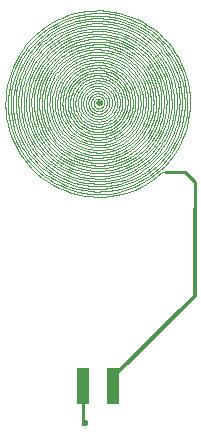
<source format=gtl>
%FSTAX44Y44*%
%MOMM*%
%SFA1B1*%

%IPPOS*%
%ADD16C,0.100000*%
%ADD17R,1.019998X3.169994*%
%ADD18C,0.299999*%
%ADD19C,0.253999*%
%ADD20C,0.499999*%
%ADD21C,0.599999*%
%LNpcb2-1*%
%LPD*%
G54D16*
X00848052Y00943458D02*
D01*
X00849086Y00944481*
X00850045Y00945574*
X00850926Y00946731*
X00851724Y00947946*
X00852435Y00949214*
X00853056Y00950529*
X00853584Y00951884*
X00854016Y00953272*
X0085435Y00954687*
X00854585Y00956122*
X00854719Y0095757*
X00854752Y00959023*
X00854683Y00960476*
X00854513Y0096192*
X00854243Y00963348*
X00853874Y00964755*
X00853407Y00966132*
X00852846Y00967473*
X00852192Y00968772*
X00851449Y00970022*
X00850622Y00971217*
X00849712Y00972352*
X00848726Y0097342*
X00847668Y00974417*
X00846542Y00975338*
X00845355Y00976178*
X00844113Y00976933*
X00842821Y00977599*
X00841485Y00978174*
X00840113Y00978654*
X0083871Y00979038*
X00837284Y00979322*
X00835842Y00979507*
X00834391Y0097959*
X00832937Y00979572*
X00831488Y00979453*
X0083005Y00979232*
X00828632Y00978912*
X00827239Y00978494*
X00825879Y0097798*
X00824559Y00977372*
X00823283Y00976674*
X0082206Y00975888*
X00820894Y00975019*
X00819793Y00974069*
X00818303Y00975683D02*
D01*
X00817107Y00974499*
X00815996Y00973234*
X00814975Y00971894*
X00814051Y00970486*
X00813227Y00969017*
X00812508Y00967495*
X00811897Y00965926*
X00811396Y00964318*
X00811009Y00962679*
X00810737Y00961017*
X00810582Y00959341*
X00810544Y00957657*
X00810624Y00955975*
X0081082Y00954303*
X00811133Y00952648*
X00811561Y00951019*
X00812101Y00949425*
X00812751Y00947871*
X00813508Y00946367*
X00814368Y00944919*
X00815327Y00943535*
X0081638Y00942221*
X00817522Y00940984*
X00818748Y00939829*
X00820051Y00938763*
X00821426Y0093779*
X00822865Y00936915*
X00824361Y00936143*
X00825908Y00935477*
X00827497Y00934921*
X00829122Y00934477*
X00830773Y00934147*
X00832443Y00933934*
X00834124Y00933837*
X00835808Y00933858*
X00837487Y00933996*
X00839151Y00934251*
X00840794Y00934622*
X00842407Y00935106*
X00843982Y00935702*
X00845511Y00936406*
X00846988Y00937215*
X00848405Y00938124*
X00849755Y00939131*
X00851031Y00940229*
X00851032Y0094023*
X00815324Y00978911D02*
D01*
X0081391Y00977511*
X00812596Y00976015*
X00811391Y00974432*
X00810298Y00972768*
X00809324Y00971032*
X00808474Y00969232*
X00807751Y00967377*
X0080716Y00965477*
X00806702Y00963539*
X00806381Y00961575*
X00806198Y00959593*
X00806153Y00957603*
X00806247Y00955615*
X0080648Y00953638*
X0080685Y00951682*
X00807355Y00949757*
X00807994Y00947871*
X00808762Y00946035*
X00809657Y00944257*
X00810674Y00942546*
X00811807Y0094091*
X00813052Y00939357*
X00814402Y00937894*
X00815851Y00936529*
X00817392Y00935269*
X00819017Y00934119*
X00820717Y00933085*
X00822487Y00932172*
X00824315Y00931385*
X00826194Y00930728*
X00828114Y00930203*
X00830066Y00929813*
X0083204Y00929561*
X00834027Y00929447*
X00836018Y00929472*
X00838002Y00929635*
X00839969Y00929937*
X00841911Y00930375*
X00843817Y00930947*
X00845679Y00931651*
X00847487Y00932483*
X00849233Y00933439*
X00850908Y00934515*
X00852504Y00935705*
X00854012Y00937002*
X00851032Y0094023D02*
D01*
X00852284Y00941469*
X00853445Y00942792*
X00854512Y00944192*
X00855478Y00945664*
X00856339Y009472*
X00857091Y00948792*
X0085773Y00950432*
X00858254Y00952113*
X00858658Y00953826*
X00858942Y00955564*
X00859105Y00957317*
X00859144Y00959077*
X00859061Y00960835*
X00858855Y00962584*
X00858528Y00964314*
X00858081Y00966017*
X00857516Y00967684*
X00856836Y00969308*
X00856045Y00970881*
X00855146Y00972394*
X00854143Y00973841*
X00853042Y00975215*
X00851848Y00976509*
X00850567Y00977716*
X00849204Y00978831*
X00847767Y00979848*
X00846262Y00980762*
X00844698Y00981569*
X00843081Y00982265*
X00841419Y00982847*
X00839721Y00983311*
X00837994Y00983655*
X00836248Y00983879*
X0083449Y0098398*
X0083273Y00983958*
X00830975Y00983813*
X00829235Y00983547*
X00827518Y00983159*
X00825831Y00982653*
X00824185Y0098203*
X00822586Y00981294*
X00821042Y00980449*
X0081956Y00979497*
X00818149Y00978445*
X00816814Y00977296*
X00816813Y00977297*
X00831586Y00961038D02*
D01*
X00831379Y00960816*
X00831187Y00960579*
X00831013Y0096033*
X00830856Y00960069*
X00830718Y00959798*
X00830599Y00959518*
X008305Y00959231*
X00830422Y00958937*
X00830363Y00958638*
X00830326Y00958336*
X00830311Y00958032*
X00830316Y00957728*
X00830342Y00957425*
X0083039Y00957125*
X00830458Y00956828*
X00830547Y00956537*
X00830656Y00956253*
X00830785Y00955978*
X00830932Y00955712*
X00831098Y00955456*
X00831281Y00955213*
X00831481Y00954984*
X00831696Y00954769*
X00831925Y00954569*
X00832168Y00954386*
X00832424Y0095422*
X0083269Y00954073*
X00832965Y00953944*
X00833249Y00953835*
X0083354Y00953746*
X00833837Y00953678*
X00834137Y0095363*
X0083444Y00953604*
X00834744Y00953598*
X00835048Y00953614*
X0083535Y00953651*
X00835649Y0095371*
X00835943Y00953788*
X0083623Y00953887*
X0083651Y00954006*
X00836781Y00954144*
X00837042Y00954301*
X00837291Y00954475*
X00837528Y00954667*
X00837624Y00954754*
X00854012Y00937003D02*
D01*
X00855481Y00938458*
X00856845Y00940011*
X00858098Y00941656*
X00859232Y00943384*
X00860244Y00945187*
X00861127Y00947056*
X00861877Y00948982*
X00862491Y00950955*
X00862967Y00952967*
X008633Y00955007*
X00863491Y00957066*
X00863537Y00959132*
X00863439Y00961197*
X00863198Y0096325*
X00862813Y00965282*
X00862288Y00967281*
X00861625Y00969239*
X00860827Y00971146*
X00859898Y00972992*
X00858842Y00974769*
X00857665Y00976469*
X00856372Y00978082*
X0085497Y00979601*
X00853465Y00981018*
X00851865Y00982327*
X00850178Y00983521*
X00848412Y00984595*
X00846574Y00985542*
X00844675Y0098636*
X00842725Y00987042*
X0084073Y00987588*
X00838703Y00987992*
X00836653Y00988254*
X00834589Y00988373*
X00832522Y00988347*
X00830462Y00988177*
X00828418Y00987864*
X00826402Y0098741*
X00824422Y00986815*
X00822489Y00986084*
X00820611Y0098522*
X00818798Y00984227*
X00817058Y0098311*
X00815401Y00981874*
X00813834Y00980525*
X00821283Y00972456D02*
D01*
X00820305Y00971487*
X00819396Y00970452*
X00818561Y00969357*
X00817805Y00968205*
X00817132Y00967004*
X00816543Y00965759*
X00816043Y00964475*
X00815634Y0096316*
X00815317Y0096182*
X00815095Y00960461*
X00814968Y00959089*
X00814937Y00957712*
X00815002Y00956336*
X00815163Y00954968*
X00815419Y00953615*
X00815769Y00952283*
X00816211Y00950979*
X00816743Y00949708*
X00817362Y00948478*
X00818065Y00947294*
X0081885Y00946161*
X00819711Y00945087*
X00820645Y00944075*
X00821648Y0094313*
X00822714Y00942258*
X00823838Y00941462*
X00825015Y00940747*
X00826239Y00940115*
X00827504Y00939571*
X00828804Y00939116*
X00830133Y00938753*
X00831484Y00938483*
X0083285Y00938309*
X00834225Y0093823*
X00835602Y00938247*
X00836975Y0093836*
X00838336Y00938569*
X0083968Y00938872*
X00840999Y00939268*
X00842287Y00939755*
X00843538Y00940331*
X00844746Y00940992*
X00845905Y00941737*
X00847009Y0094256*
X00848052Y00943458*
X00836197Y00956427D02*
D01*
X00836355Y00956592*
X008365Y00956767*
X00836634Y00956951*
X00836753Y00957145*
X00836859Y00957346*
X00836951Y00957555*
X00837028Y00957769*
X0083709Y00957988*
X00837137Y00958211*
X00837167Y00958436*
X00837182Y00958664*
X00837181Y00958891*
X00837165Y00959118*
X00837132Y00959344*
X00837084Y00959566*
X0083702Y00959785*
X00836941Y00959998*
X00836848Y00960206*
X0083674Y00960407*
X00836619Y00960599*
X00836484Y00960783*
X00836337Y00960956*
X00836179Y00961119*
X00836009Y00961271*
X00835829Y00961411*
X0083564Y00961537*
X00835442Y0096165*
X00835237Y00961749*
X00835026Y00961833*
X00834809Y00961903*
X00834588Y00961957*
X00834363Y00961996*
X00834137Y00962019*
X00833909Y00962026*
X00833682Y00962017*
X00833456Y00961992*
X00833232Y00961952*
X00833011Y00961896*
X00832795Y00961825*
X00832584Y00961738*
X0083238Y00961638*
X00832183Y00961523*
X00831995Y00961395*
X00831816Y00961254*
X00831647Y00961101*
X00831586Y00961038*
X00825752Y00967614D02*
D01*
X008251Y00966969*
X00824495Y0096628*
X00823939Y0096555*
X00823436Y00964783*
X00822987Y00963983*
X00822595Y00963154*
X00822262Y00962299*
X00821989Y00961423*
X00821779Y0096053*
X00821631Y00959625*
X00821546Y00958711*
X00821525Y00957794*
X00821569Y00956878*
X00821676Y00955967*
X00821847Y00955065*
X0082208Y00954178*
X00822374Y00953309*
X00822728Y00952463*
X00823141Y00951644*
X00823609Y00950855*
X00824131Y00950101*
X00824705Y00949385*
X00825327Y00948711*
X00825995Y00948082*
X00826705Y00947501*
X00827454Y00946971*
X00828238Y00946494*
X00829053Y00946074*
X00829896Y00945711*
X00830762Y00945408*
X00831647Y00945166*
X00832546Y00944987*
X00833456Y0094487*
X00834372Y00944818*
X00835289Y00944829*
X00836204Y00944905*
X0083711Y00945044*
X00838005Y00945246*
X00838884Y00945509*
X00839742Y00945834*
X00840575Y00946217*
X0084138Y00946658*
X00842152Y00947154*
X00842887Y00947702*
X00843582Y009483*
X00843583Y00948299*
X00849542Y00941844D02*
D01*
X00850685Y00942975*
X00851745Y00944183*
X00852719Y00945461*
X00853601Y00946805*
X00854387Y00948207*
X00855074Y0094966*
X00855658Y00951158*
X00856135Y00952692*
X00856505Y00954256*
X00856764Y00955843*
X00856912Y00957443*
X00856949Y0095905*
X00856873Y00960655*
X00856685Y00962252*
X00856386Y00963831*
X00855978Y00965385*
X00855462Y00966908*
X00854842Y0096839*
X00854119Y00969826*
X00853299Y00971208*
X00852383Y00972529*
X00851378Y00973783*
X00850288Y00974964*
X00849118Y00976066*
X00847874Y00977084*
X00846562Y00978013*
X00845189Y00978847*
X0084376Y00979584*
X00842284Y0098022*
X00840767Y00980751*
X00839217Y00981175*
X0083764Y00981489*
X00836046Y00981693*
X00834442Y00981785*
X00832835Y00981766*
X00831233Y00981634*
X00829644Y0098139*
X00828076Y00981036*
X00826537Y00980574*
X00825033Y00980006*
X00823573Y00979334*
X00822163Y00978562*
X00820811Y00977694*
X00819523Y00976733*
X00818304Y00975684*
X00818303Y00975683*
X00846562Y00945071D02*
D01*
X00847487Y00945986*
X00848345Y00946964*
X00849133Y00947999*
X00849847Y00949086*
X00850483Y0095022*
X00851039Y00951396*
X00851511Y00952608*
X00851897Y0095385*
X00852196Y00955116*
X00852406Y00956399*
X00852526Y00957695*
X00852555Y00958995*
X00852494Y00960294*
X00852342Y00961586*
X008521Y00962864*
X0085177Y00964122*
X00851352Y00965354*
X0085085Y00966554*
X00850266Y00967716*
X00849601Y00968834*
X00848861Y00969903*
X00848047Y00970918*
X00847165Y00971874*
X00846218Y00972765*
X00845211Y00973589*
X0084415Y0097434*
X00843038Y00975016*
X00841882Y00975612*
X00840688Y00976126*
X0083946Y00976556*
X00838205Y00976899*
X0083693Y00977154*
X0083564Y00977318*
X00834341Y00977393*
X00833041Y00977377*
X00831744Y0097727*
X00830459Y00977073*
X0082919Y00976787*
X00827944Y00976413*
X00826728Y00975953*
X00825546Y00975409*
X00824405Y00974784*
X00823311Y00974081*
X00822268Y00973304*
X00821283Y00972456*
X00816813Y00977297D02*
D01*
X00815508Y00976005*
X00814296Y00974624*
X00813183Y00973163*
X00812174Y00971627*
X00811276Y00970024*
X00810491Y00968364*
X00809824Y00966652*
X00809278Y00964897*
X00808855Y00963109*
X00808559Y00961296*
X0080839Y00959467*
X00808348Y0095763*
X00808435Y00955795*
X0080865Y0095397*
X00808992Y00952165*
X00809458Y00950389*
X00810047Y00948648*
X00810757Y00946954*
X00811583Y00945313*
X00812521Y00943733*
X00813567Y00942223*
X00814716Y00940789*
X00815962Y00939439*
X008173Y00938179*
X00818722Y00937016*
X00820221Y00935955*
X00821791Y00935001*
X00823424Y00934158*
X00825111Y00933432*
X00826845Y00932825*
X00828618Y00932341*
X00830419Y00931981*
X00832242Y00931748*
X00834076Y00931643*
X00835913Y00931666*
X00837744Y00931817*
X0083956Y00932095*
X00841352Y00932499*
X00843112Y00933028*
X0084483Y00933677*
X00846499Y00934445*
X0084811Y00935328*
X00849656Y00936321*
X00851129Y00937419*
X00852521Y00938617*
X00852522Y00938616*
X00819793Y00974069D02*
D01*
X00818706Y00972992*
X00817696Y00971842*
X00816768Y00970625*
X00815928Y00969345*
X00815179Y0096801*
X00814526Y00966626*
X0081397Y009652*
X00813515Y00963738*
X00813163Y00962249*
X00812916Y00960738*
X00812775Y00959214*
X00812741Y00957684*
X00812813Y00956155*
X00812992Y00954635*
X00813277Y00953131*
X00813665Y0095165*
X00814156Y00950201*
X00814747Y00948789*
X00815436Y00947421*
X00816217Y00946105*
X00817089Y00944847*
X00818046Y00943653*
X00819084Y00942528*
X00820199Y00941479*
X00821383Y00940509*
X00822633Y00939625*
X00823941Y0093883*
X00825301Y00938128*
X00826707Y00937523*
X00828152Y00937018*
X00829628Y00936614*
X00831129Y00936315*
X00832647Y0093612*
X00834176Y00936033*
X00835706Y00936052*
X00837232Y00936177*
X00838745Y00936409*
X00840238Y00936746*
X00841704Y00937186*
X00843135Y00937728*
X00844526Y00938367*
X00845868Y00939103*
X00847156Y0093993*
X00848383Y00940845*
X00849542Y00941844*
X00852522Y00938616D02*
D01*
X00853882Y00939963*
X00855145Y00941401*
X00856305Y00942924*
X00857355Y00944523*
X00858291Y00946193*
X00859109Y00947923*
X00859804Y00949706*
X00860372Y00951534*
X00860812Y00953396*
X00861121Y00955285*
X00861298Y00957191*
X00861341Y00959104*
X0086125Y00961016*
X00861026Y00962917*
X00860671Y00964797*
X00860185Y00966648*
X00859571Y00968461*
X00858832Y00970226*
X00857971Y00971936*
X00856994Y00973581*
X00855904Y00975155*
X00854707Y00976648*
X00853409Y00978054*
X00852016Y00979366*
X00850535Y00980578*
X00848972Y00981684*
X00847337Y00982678*
X00845636Y00983555*
X00843878Y00984312*
X00842072Y00984944*
X00840226Y00985449*
X00838349Y00985823*
X0083645Y00986066*
X0083454Y00986176*
X00832626Y00986152*
X00830719Y00985995*
X00828827Y00985705*
X0082696Y00985284*
X00825127Y00984733*
X00823337Y00984057*
X00821598Y00983257*
X0081992Y00982337*
X00818309Y00981303*
X00816775Y00980159*
X00815324Y00978911*
X00837624Y00954754D02*
D01*
X00837895Y00955022*
X00838146Y00955308*
X00838377Y00955612*
X00838586Y0095593*
X00838772Y00956262*
X00838935Y00956606*
X00839073Y00956961*
X00839187Y00957325*
X00839274Y00957695*
X00839335Y00958071*
X0083937Y0095845*
X00839379Y00958831*
X00839361Y00959212*
X00839317Y0095959*
X00839246Y00959964*
X00839149Y00960332*
X00839027Y00960693*
X0083888Y00961044*
X00838709Y00961385*
X00838514Y00961712*
X00838297Y00962025*
X00838059Y00962322*
X00837801Y00962602*
X00837524Y00962863*
X00837229Y00963104*
X00836918Y00963324*
X00836592Y00963522*
X00836254Y00963697*
X00835904Y00963847*
X00835545Y00963973*
X00835177Y00964074*
X00834804Y00964148*
X00834426Y00964196*
X00834046Y00964218*
X00833665Y00964213*
X00833286Y00964182*
X00832909Y00964124*
X00832538Y0096404*
X00832173Y00963931*
X00831817Y00963796*
X00831471Y00963637*
X00831137Y00963454*
X00830816Y00963249*
X00830511Y00963021*
X00830222Y00962773*
X00822773Y00970842D02*
D01*
X00821904Y00969981*
X00821096Y00969062*
X00820354Y00968088*
X00819683Y00967065*
X00819084Y00965997*
X00818561Y0096489*
X00818116Y0096375*
X00817753Y00962581*
X00817472Y0096139*
X00817274Y00960182*
X00817161Y00958963*
X00817134Y0095774*
X00817192Y00956517*
X00817335Y00955301*
X00817562Y00954098*
X00817873Y00952915*
X00818266Y00951755*
X00818738Y00950626*
X00819288Y00949533*
X00819914Y0094848*
X00820611Y00947474*
X00821376Y00946519*
X00822206Y0094562*
X00823097Y00944781*
X00824045Y00944006*
X00825044Y00943299*
X0082609Y00942663*
X00827178Y00942102*
X00828302Y00941618*
X00829457Y00941214*
X00830638Y00940891*
X00831838Y00940651*
X00833052Y00940496*
X00834274Y00940426*
X00835498Y00940441*
X00836718Y00940541*
X00837928Y00940727*
X00839122Y00940996*
X00840294Y00941348*
X00841439Y00941781*
X00842551Y00942293*
X00843624Y00942881*
X00844654Y00943542*
X00845636Y00944274*
X00846562Y00945072*
X00845073Y00946685D02*
D01*
X00845889Y00947493*
X00846646Y00948355*
X00847341Y00949268*
X00847971Y00950227*
X00848532Y00951227*
X00849022Y00952265*
X00849438Y00953334*
X00849779Y00954429*
X00850043Y00955546*
X00850228Y00956678*
X00850334Y00957821*
X0085036Y00958968*
X00850306Y00960114*
X00850172Y00961253*
X00849958Y00962381*
X00849667Y0096349*
X00849299Y00964577*
X00848856Y00965635*
X0084834Y0096666*
X00847754Y00967647*
X00847101Y0096859*
X00846383Y00969485*
X00845605Y00970328*
X0084477Y00971115*
X00843882Y00971841*
X00842945Y00972504*
X00841965Y009731*
X00840945Y00973626*
X00839891Y0097408*
X00838808Y00974459*
X00837701Y00974761*
X00836576Y00974986*
X00835438Y00975131*
X00834293Y00975197*
X00833146Y00975183*
X00832002Y00975088*
X00830868Y00974915*
X00829749Y00974662*
X0082865Y00974332*
X00827577Y00973926*
X00826535Y00973447*
X00825528Y00972896*
X00824563Y00972276*
X00823643Y0097159*
X00822773Y00970842*
X00824262Y00969228D02*
D01*
X00823502Y00968475*
X00822795Y00967671*
X00822146Y00966819*
X00821559Y00965924*
X00821035Y0096499*
X00820577Y00964022*
X00820189Y00963024*
X00819871Y00962002*
X00819625Y0096096*
X00819452Y00959903*
X00819353Y00958837*
X00819329Y00957767*
X0081938Y00956697*
X00819505Y00955634*
X00819704Y00954582*
X00819976Y00953546*
X00820319Y00952532*
X00820733Y00951544*
X00821214Y00950588*
X00821761Y00949668*
X0082237Y00948788*
X0082304Y00947952*
X00823766Y00947165*
X00824546Y00946431*
X00825375Y00945753*
X00826248Y00945135*
X00827163Y00944579*
X00828115Y00944088*
X00829098Y00943665*
X00830109Y00943311*
X00831142Y00943029*
X00832192Y00942819*
X00833254Y00942683*
X00834323Y00942622*
X00835393Y00942635*
X0083646Y00942723*
X00837519Y00942885*
X00838563Y00943121*
X00839588Y00943429*
X0084059Y00943807*
X00841563Y00944255*
X00842502Y00944769*
X00843402Y00945348*
X00844261Y00945988*
X00845072Y00946686*
X00845073Y00946685*
X00828732Y00964387D02*
D01*
X00828298Y00963958*
X00827895Y00963499*
X00827525Y00963013*
X0082719Y00962502*
X00826891Y00961969*
X0082663Y00961417*
X00826409Y00960848*
X00826227Y00960265*
X00826086Y0095967*
X00825988Y00959067*
X00825932Y00958459*
X00825918Y00957848*
X00825947Y00957238*
X00826018Y00956632*
X00826132Y00956032*
X00826287Y00955441*
X00826483Y00954862*
X00826719Y00954299*
X00826993Y00953753*
X00827305Y00953228*
X00827653Y00952726*
X00828035Y00952249*
X00828449Y009518*
X00828894Y00951382*
X00829367Y00950995*
X00829866Y00950642*
X00830387Y00950325*
X0083093Y00950045*
X00831491Y00949803*
X00832068Y00949602*
X00832657Y00949441*
X00833256Y00949321*
X00833862Y00949243*
X00834472Y00949208*
X00835082Y00949216*
X00835691Y00949266*
X00836295Y00949359*
X00836891Y00949493*
X00837476Y00949669*
X00838047Y00949885*
X00838602Y0095014*
X00839138Y00950434*
X00839652Y00950764*
X00840141Y00951129*
X00840603Y00951527*
X00843583Y00948299D02*
D01*
X0084429Y00948999*
X00844946Y00949746*
X00845548Y00950537*
X00846093Y00951367*
X0084658Y00952234*
X00847004Y00953133*
X00847365Y00954059*
X0084766Y00955009*
X00847889Y00955976*
X00848049Y00956957*
X00848141Y00957947*
X00848163Y0095894*
X00848116Y00959933*
X00848Y0096092*
X00847815Y00961897*
X00847563Y00962859*
X00847244Y009638*
X0084686Y00964717*
X00846414Y00965605*
X00845906Y0096646*
X0084534Y00967277*
X00844718Y00968052*
X00844044Y00968783*
X0084332Y00969464*
X00842551Y00970094*
X00841739Y00970668*
X0084089Y00971184*
X00840007Y0097164*
X00839094Y00972033*
X00838156Y00972361*
X00837197Y00972623*
X00836222Y00972818*
X00835236Y00972944*
X00834243Y00973001*
X0083325Y00972989*
X00832259Y00972907*
X00831276Y00972756*
X00830307Y00972538*
X00829355Y00972252*
X00828425Y009719*
X00827522Y00971485*
X0082665Y00971007*
X00825814Y0097047*
X00825017Y00969876*
X00824263Y00969227*
X00824262Y00969228*
X00842093Y00949913D02*
D01*
X00842691Y00950505*
X00843246Y00951137*
X00843755Y00951805*
X00844217Y00952508*
X00844628Y00953241*
X00844987Y00954002*
X00845292Y00954785*
X00845542Y00955588*
X00845735Y00956406*
X00845871Y00957236*
X00845949Y00958073*
X00845968Y00958914*
X00845928Y00959753*
X0084583Y00960588*
X00845673Y00961414*
X0084546Y00962227*
X0084519Y00963024*
X00844866Y00963799*
X00844488Y00964551*
X00844059Y00965273*
X0084358Y00965965*
X00843054Y0096662*
X00842484Y00967238*
X00841872Y00967815*
X00841221Y00968347*
X00840535Y00968833*
X00839816Y0096927*
X00839069Y00969655*
X00838297Y00969988*
X00837504Y00970265*
X00836693Y00970487*
X00835868Y00970652*
X00835034Y00970758*
X00834195Y00970807*
X00833354Y00970796*
X00832516Y00970727*
X00831685Y009706*
X00830865Y00970415*
X0083006Y00970173*
X00829273Y00969876*
X0082851Y00969524*
X00827772Y0096912*
X00827065Y00968666*
X00826391Y00968164*
X00825754Y00967615*
X00825752Y00967614*
X00827242Y00966D02*
D01*
X00826699Y00965463*
X00826195Y00964889*
X00825732Y00964281*
X00825313Y00963642*
X00824939Y00962975*
X00824613Y00962285*
X00824335Y00961573*
X00824108Y00960843*
X00823933Y00960099*
X00823809Y00959345*
X00823739Y00958584*
X00823722Y0095782*
X00823758Y00957057*
X00823847Y00956298*
X00823989Y00955547*
X00824183Y00954808*
X00824428Y00954084*
X00824723Y0095338*
X00825067Y00952697*
X00825457Y0095204*
X00825892Y00951412*
X0082637Y00950816*
X00826888Y00950254*
X00827445Y0094973*
X00828036Y00949246*
X0082866Y00948805*
X00829313Y00948408*
X00829992Y00948058*
X00830694Y00947756*
X00831415Y00947503*
X00832152Y00947302*
X00832902Y00947152*
X0083366Y00947055*
X00834422Y00947012*
X00835187Y00947021*
X00835948Y00947084*
X00836703Y009472*
X00837449Y00947368*
X0083818Y00947587*
X00838895Y00947858*
X00839589Y00948177*
X0084026Y00948544*
X00840903Y00948957*
X00841515Y00949414*
X00842093Y00949913*
X00840603Y00951527D02*
D01*
X00841092Y00952011*
X00841545Y00952528*
X00841962Y00953075*
X00842339Y00953649*
X00842676Y00954249*
X00842969Y0095487*
X00843219Y00955511*
X00843423Y00956168*
X00843581Y00956837*
X00843692Y00957515*
X00843755Y009582*
X00843771Y00958887*
X00843738Y00959574*
X00843658Y00960256*
X0084353Y00960932*
X00843356Y00961597*
X00843135Y00962248*
X0084287Y00962882*
X00842561Y00963496*
X0084221Y00964087*
X00841818Y00964652*
X00841388Y00965189*
X00840922Y00965694*
X00840421Y00966165*
X00839889Y00966601*
X00839328Y00966998*
X00838741Y00967355*
X0083813Y0096767*
X00837498Y00967942*
X00836849Y00968169*
X00836186Y0096835*
X00835512Y00968485*
X0083483Y00968572*
X00834144Y00968611*
X00833456Y00968603*
X00832771Y00968546*
X00832092Y00968442*
X00831421Y00968291*
X00830763Y00968093*
X0083012Y0096785*
X00829495Y00967562*
X00828892Y00967232*
X00828314Y00966861*
X00827762Y0096645*
X00827242Y00966*
X00839114Y00953141D02*
D01*
X00839494Y00953517*
X00839846Y00953919*
X0084017Y00954344*
X00840463Y0095479*
X00840725Y00955256*
X00840953Y00955739*
X00841147Y00956237*
X00841305Y00956747*
X00841428Y00957267*
X00841514Y00957794*
X00841563Y00958325*
X00841575Y00958859*
X0084155Y00959393*
X00841488Y00959924*
X00841388Y00960448*
X00841253Y00960965*
X00841081Y00961471*
X00840875Y00961964*
X00840635Y00962441*
X00840362Y009629*
X00840058Y00963339*
X00839724Y00963756*
X00839362Y00964148*
X00838973Y00964515*
X00838559Y00964853*
X00838124Y00965161*
X00837667Y00965439*
X00837192Y00965684*
X00836702Y00965895*
X00836197Y00966071*
X00835682Y00966212*
X00835158Y00966317*
X00834629Y00966385*
X00834095Y00966415*
X00833561Y00966409*
X00833029Y00966365*
X00832501Y00966284*
X0083198Y00966166*
X00831468Y00966013*
X00830969Y00965824*
X00830483Y009656*
X00830015Y00965344*
X00829566Y00965055*
X00829137Y00964736*
X00828732Y00964387*
X00830222Y00962773D02*
D01*
X00829897Y00962451*
X00829596Y00962108*
X00829318Y00961744*
X00829067Y00961361*
X00828843Y00960962*
X00828648Y00960549*
X00828482Y00960122*
X00828346Y00959686*
X00828241Y0095924*
X00828167Y00958789*
X00828125Y00958333*
X00828114Y00957876*
X00828136Y00957419*
X0082819Y00956965*
X00828275Y00956515*
X00828391Y00956073*
X00828538Y00955639*
X00828714Y00955217*
X0082892Y00954809*
X00829154Y00954415*
X00829414Y00954039*
X008297Y00953682*
X00830011Y00953346*
X00830344Y00953032*
X00830698Y00952743*
X00831071Y00952478*
X00831462Y00952241*
X00831869Y00952031*
X00832289Y0095185*
X00832721Y00951699*
X00833162Y00951578*
X0083361Y00951489*
X00834064Y00951431*
X00834521Y00951405*
X00834979Y0095141*
X00835434Y00951448*
X00835887Y00951517*
X00836333Y00951618*
X00836771Y00951749*
X00837199Y00951911*
X00837615Y00952102*
X00838016Y00952322*
X00838401Y0095257*
X00838768Y00952843*
X00839114Y00953141*
X00810854Y00983752D02*
D01*
X00809113Y00982029*
X00807496Y00980187*
X00806011Y00978238*
X00804666Y00976189*
X00803468Y00974052*
X00802421Y00971837*
X00801531Y00969553*
X00800803Y00967214*
X0080024Y00964829*
X00799844Y00962411*
X00799618Y00959971*
X00799563Y00957521*
X00799679Y00955073*
X00799965Y00952639*
X00800421Y00950232*
X00801043Y00947862*
X00801829Y00945541*
X00802775Y0094328*
X00803877Y00941091*
X00805128Y00938985*
X00806524Y0093697*
X00808056Y00935058*
X00809718Y00933258*
X00811502Y00931578*
X00813398Y00930026*
X00815398Y0092861*
X00817493Y00927337*
X0081967Y00926214*
X00821921Y00925245*
X00824234Y00924436*
X00826598Y0092379*
X00829001Y0092331*
X00831431Y00922999*
X00833878Y00922858*
X00836328Y00922889*
X0083877Y0092309*
X00841192Y00923461*
X00843583Y00924*
X00845929Y00924705*
X00848222Y00925571*
X00850448Y00926596*
X00852597Y00927773*
X00854658Y00929097*
X00856623Y00930562*
X0085848Y0093216*
X00858481Y00932161*
X00804895Y00990208D02*
D01*
X00802718Y00988053*
X00800697Y00985751*
X00798841Y00983314*
X00797159Y00980752*
X0079566Y0097808*
X00794352Y0097531*
X00793239Y00972456*
X00792329Y0096953*
X00791625Y00966549*
X00791131Y00963525*
X00790848Y00960475*
X00790779Y00957412*
X00790924Y00954352*
X00791282Y00951309*
X00791852Y00948299*
X0079263Y00945335*
X00793613Y00942434*
X00794795Y00939608*
X00796173Y00936871*
X00797737Y00934237*
X00799482Y00931719*
X00801398Y00929328*
X00803476Y00927077*
X00805706Y00924976*
X00808077Y00923036*
X00810578Y00921267*
X00813196Y00919675*
X00815919Y00918271*
X00818733Y0091706*
X00821625Y00916048*
X0082458Y0091524*
X00827584Y0091464*
X00830623Y00914252*
X00833682Y00914076*
X00836745Y00914114*
X00839799Y00914366*
X00842827Y0091483*
X00845815Y00915504*
X0084875Y00916385*
X00851615Y00917468*
X00854398Y00918749*
X00857085Y00920221*
X00859663Y00921877*
X00862119Y00923708*
X0086444Y00925706*
X00788507Y01007959D02*
D01*
X00785132Y01004618*
X00781997Y01001049*
X0077912Y0099727*
X00776513Y00993299*
X00774189Y00989156*
X0077216Y00984861*
X00770436Y00980436*
X00769024Y009759*
X00767932Y00971277*
X00767165Y0096659*
X00766728Y0096186*
X00766621Y00957111*
X00766846Y00952367*
X00767401Y00947649*
X00768283Y00942982*
X0076949Y00938388*
X00771013Y00933889*
X00772848Y00929507*
X00774982Y00925264*
X00777408Y00921181*
X00780113Y00917276*
X00783084Y0091357*
X00786306Y00910079*
X00789763Y00906822*
X0079344Y00903815*
X00797317Y00901071*
X00801376Y00898604*
X00805597Y00896426*
X0080996Y00894548*
X00814443Y00892979*
X00819025Y00891727*
X00823683Y00890797*
X00828395Y00890194*
X00833137Y00889922*
X00837887Y00889981*
X00842621Y00890371*
X00847316Y0089109*
X00851949Y00892136*
X00856499Y00893501*
X00860942Y00895181*
X00865257Y00897167*
X00869422Y00899449*
X00873419Y00902016*
X00877227Y00904855*
X00880827Y00907953*
X00880828Y00907954*
X00798936Y00996663D02*
D01*
X00796324Y00994077*
X00793897Y00991314*
X0079167Y00988388*
X00789652Y00985315*
X00787853Y00982108*
X00786282Y00978784*
X00784948Y00975357*
X00783855Y00971847*
X0078301Y00968268*
X00782416Y0096464*
X00782077Y00960979*
X00781995Y00957303*
X00782169Y0095363*
X00782599Y00949978*
X00783282Y00946366*
X00784216Y00942809*
X00785395Y00939327*
X00786815Y00935935*
X00788468Y00932651*
X00790346Y00929489*
X00792439Y00926467*
X00794739Y00923598*
X00797233Y00920896*
X0079991Y00918375*
X00802755Y00916047*
X00805756Y00913923*
X00808899Y00912013*
X00812166Y00910328*
X00815543Y00908874*
X00819014Y0090766*
X00822561Y0090669*
X00826167Y0090597*
X00829814Y00905504*
X00833484Y00905293*
X00837161Y00905339*
X00840825Y00905641*
X0084446Y00906198*
X00848047Y00907007*
X00851568Y00908064*
X00855007Y00909364*
X00858347Y00910902*
X00861572Y00912668*
X00864666Y00914655*
X00867613Y00916853*
X00870399Y00919251*
X00797446Y00998277D02*
D01*
X00794724Y00995583*
X00792197Y00992705*
X00789877Y00989657*
X00787775Y00986456*
X00785901Y00983115*
X00784265Y00979652*
X00782874Y00976083*
X00781736Y00972426*
X00780856Y00968698*
X00780237Y00964918*
X00779884Y00961105*
X00779798Y00957275*
X0077998Y00953449*
X00780427Y00949646*
X00781139Y00945882*
X00782112Y00942178*
X00783341Y0093855*
X0078482Y00935017*
X00786541Y00931595*
X00788497Y00928302*
X00790678Y00925154*
X00793074Y00922165*
X00795672Y00919351*
X0079846Y00916725*
X00801424Y00914299*
X00804551Y00912087*
X00807824Y00910098*
X00811228Y00908342*
X00814746Y00906827*
X00818361Y00905562*
X00822056Y00904552*
X00825812Y00903803*
X00829611Y00903317*
X00833435Y00903097*
X00837265Y00903145*
X00841082Y00903459*
X00844868Y00904039*
X00848604Y00904882*
X00852273Y00905984*
X00855855Y00907338*
X00859335Y0090894*
X00862694Y00910779*
X00865917Y00912849*
X00868987Y00915139*
X00871889Y00917637*
X00795956Y0099989D02*
D01*
X00793125Y00997088*
X00790497Y00994095*
X00788084Y00990926*
X00785897Y00987596*
X00783949Y00984121*
X00782247Y0098052*
X00780801Y00976808*
X00779617Y00973005*
X00778701Y00969128*
X00778058Y00965197*
X00777691Y0096123*
X00777602Y00957248*
X0077779Y00953269*
X00778256Y00949313*
X00778996Y00945399*
X00780008Y00941546*
X00781285Y00937773*
X00782823Y00934098*
X00784614Y0093054*
X00786648Y00927115*
X00788917Y00923841*
X00791408Y00920732*
X0079411Y00917805*
X0079701Y00915074*
X00800093Y00912552*
X00803344Y0091025*
X00806748Y00908182*
X00810288Y00906355*
X00813947Y00904781*
X00817707Y00903465*
X0082155Y00902414*
X00825456Y00901634*
X00829407Y00901129*
X00833384Y00900901*
X00837367Y0090095*
X00841337Y00901277*
X00845274Y00901881*
X0084916Y00902757*
X00852975Y00903903*
X00856702Y00905311*
X0086032Y00906977*
X00863814Y0090889*
X00867166Y00911043*
X00870359Y00913424*
X00873379Y00916022*
X00873379Y00916023*
X00789997Y01006346D02*
D01*
X00786731Y01003112*
X00783698Y00999658*
X00780913Y00996001*
X0077839Y00992159*
X00776141Y0098815*
X00774178Y00983993*
X00772509Y00979711*
X00771143Y00975322*
X00770086Y00970848*
X00769345Y00966312*
X00768921Y00961734*
X00768818Y00957139*
X00769035Y00952548*
X00769572Y00947982*
X00770427Y00943466*
X00771594Y0093902*
X00773069Y00934666*
X00774844Y00930426*
X0077691Y0092632*
X00779258Y00922368*
X00781875Y00918589*
X0078475Y00915002*
X00787868Y00911625*
X00791214Y00908473*
X00794772Y00905562*
X00798524Y00902907*
X00802452Y0090052*
X00806537Y00898412*
X00810759Y00896595*
X00815098Y00895077*
X00819532Y00893865*
X0082404Y00892965*
X00828599Y00892382*
X00833188Y00892118*
X00837784Y00892175*
X00842366Y00892553*
X00846909Y00893249*
X00851393Y00894261*
X00855796Y00895582*
X00860095Y00897208*
X00864271Y0089913*
X00868303Y00901338*
X0087217Y00903822*
X00875855Y0090657*
X00879338Y00909568*
X00791487Y01004732D02*
D01*
X0078833Y01001606*
X00785398Y00998268*
X00782706Y00994732*
X00780267Y00991018*
X00778093Y00987143*
X00776196Y00983125*
X00774582Y00978985*
X00773262Y00974742*
X00772241Y00970418*
X00771523Y00966033*
X00771114Y00961608*
X00771014Y00957166*
X00771224Y00952728*
X00771744Y00948315*
X00772569Y00943949*
X00773698Y00939651*
X00775123Y00935443*
X00776839Y00931344*
X00778836Y00927375*
X00781106Y00923555*
X00783636Y00919902*
X00786415Y00916435*
X00789429Y0091317*
X00792663Y00910124*
X00796102Y0090731*
X00799729Y00904743*
X00803526Y00902436*
X00807475Y00900399*
X00811557Y00898642*
X0081575Y00897174*
X00820037Y00896003*
X00824394Y00895133*
X00828802Y00894569*
X00833238Y00894314*
X00837681Y00894369*
X00842109Y00894735*
X00846501Y00895407*
X00850835Y00896385*
X00855091Y00897663*
X00859247Y00899234*
X00863284Y00901092*
X00867181Y00903227*
X00870919Y00905628*
X00874481Y00908284*
X00877848Y00911181*
X00792977Y01003118D02*
D01*
X00789929Y010001*
X00787098Y00996877*
X00784499Y00993463*
X00782144Y00989877*
X00780046Y00986136*
X00778213Y00982257*
X00776656Y00978259*
X00775381Y00974163*
X00774395Y00969988*
X00773702Y00965754*
X00773307Y00961482*
X00773211Y00957193*
X00773413Y00952908*
X00773915Y00948648*
X00774712Y00944432*
X00775802Y00940283*
X00777178Y0093622*
X00778834Y00932262*
X00780763Y0092843*
X00782954Y00924742*
X00785397Y00921215*
X0078808Y00917868*
X0079099Y00914716*
X00794113Y00911774*
X00797433Y00909058*
X00800935Y00906579*
X00804601Y00904351*
X00808413Y00902385*
X00812354Y00900689*
X00816403Y00899272*
X00820541Y0089814*
X00824749Y008973*
X00829004Y00896756*
X00833287Y0089651*
X00837577Y00896564*
X00841852Y00896916*
X00846093Y00897566*
X00850277Y0089851*
X00854386Y00899743*
X00858399Y00901261*
X00862296Y00903054*
X00866059Y00905115*
X00869668Y00907434*
X00873107Y00909998*
X00876358Y00912795*
X00794466Y01001504D02*
D01*
X00791526Y00998594*
X00788797Y00995486*
X00786291Y00992194*
X0078402Y00988736*
X00781996Y00985129*
X00780229Y00981388*
X00778727Y00977534*
X00777498Y00973584*
X00776547Y00969558*
X0077588Y00965475*
X00775498Y00961356*
X00775405Y00957221*
X00775601Y00953088*
X00776084Y0094898*
X00776853Y00944915*
X00777904Y00940914*
X00779231Y00936996*
X00780828Y0093318*
X00782688Y00929485*
X007848Y00925928*
X00787156Y00922528*
X00789743Y009193*
X00792549Y0091626*
X0079556Y00913424*
X00798762Y00910804*
X00802138Y00908414*
X00805674Y00906266*
X0080935Y00904369*
X0081315Y00902734*
X00817054Y00901367*
X00821045Y00900277*
X00825101Y00899467*
X00829205Y00898942*
X00833335Y00898705*
X00837471Y00898756*
X00841594Y00899096*
X00845683Y00899722*
X00849718Y00900632*
X0085368Y00901822*
X0085755Y00903285*
X00861308Y00905014*
X00864936Y00907002*
X00868416Y00909237*
X00871733Y0091171*
X00874868Y00914408*
X00874869Y00914409*
X00800425Y00995049D02*
D01*
X00797921Y00992571*
X00795596Y00989923*
X00793462Y00987119*
X00791528Y00984174*
X00789804Y00981101*
X00788299Y00977915*
X0078702Y00974632*
X00785973Y00971268*
X00785163Y00967839*
X00784594Y00964361*
X00784269Y00960853*
X0078419Y0095733*
X00784357Y0095381*
X00784769Y00950311*
X00785424Y00946849*
X00786318Y00943441*
X00787449Y00940104*
X00788809Y00936853*
X00790393Y00933706*
X00792193Y00930677*
X00794199Y0092778*
X00796403Y00925031*
X00798793Y00922442*
X00801358Y00920026*
X00804085Y00917795*
X00806961Y00915759*
X00809972Y00913929*
X00813104Y00912314*
X0081634Y00910921*
X00819666Y00909757*
X00823065Y00908828*
X0082652Y00908138*
X00830015Y00907691*
X00833533Y00907489*
X00837056Y00907533*
X00840568Y00907822*
X0084405Y00908356*
X00847488Y00909132*
X00850862Y00910145*
X00854158Y00911391*
X00857359Y00912864*
X00860449Y00914557*
X00863414Y00916461*
X00866239Y00918567*
X00868909Y00920865*
X0086891Y00920864*
X00801915Y00993435D02*
D01*
X0079952Y00991064*
X00797297Y00988532*
X00795255Y0098585*
X00793405Y00983033*
X00791756Y00980094*
X00790317Y00977047*
X00789093Y00973906*
X00788092Y00970688*
X00787317Y00967409*
X00786773Y00964082*
X00786462Y00960727*
X00786387Y00957357*
X00786546Y00953991*
X0078694Y00950644*
X00787567Y00947332*
X00788422Y00944073*
X00789504Y00940881*
X00790805Y00937772*
X0079232Y00934761*
X00794041Y00931864*
X0079596Y00929093*
X00798068Y00926463*
X00800354Y00923987*
X00802807Y00921676*
X00805416Y00919542*
X00808167Y00917595*
X00811047Y00915845*
X00814042Y009143*
X00817138Y00912967*
X00820318Y00911854*
X00823569Y00910966*
X00826874Y00910306*
X00830218Y00909879*
X00833582Y00909685*
X00836952Y00909727*
X00840311Y00910004*
X00843642Y00910514*
X0084693Y00911256*
X00850158Y00912225*
X0085331Y00913417*
X00856372Y00914826*
X00859327Y00916445*
X00862163Y00918266*
X00864865Y00920281*
X00867419Y00922479*
X0086742Y00922478*
X00803405Y00991821D02*
D01*
X00801119Y00989558*
X00798997Y00987141*
X00797048Y00984582*
X00795282Y00981893*
X00793708Y00979087*
X00792334Y00976178*
X00791166Y00973181*
X0079021Y00970109*
X00789471Y00966979*
X00788951Y00963804*
X00788655Y009606*
X00788582Y00957384*
X00788735Y00954171*
X0078911Y00950976*
X00789708Y00947815*
X00790525Y00944704*
X00791557Y00941657*
X00792799Y00938689*
X00794245Y00935816*
X00795888Y0093305*
X0079772Y00930406*
X00799732Y00927895*
X00801914Y00925532*
X00804256Y00923326*
X00806745Y00921289*
X00809371Y0091943*
X0081212Y0091776*
X00814979Y00916285*
X00817934Y00915013*
X0082097Y0091395*
X00824074Y00913102*
X00827228Y00912472*
X00830419Y00912064*
X00833631Y0091188*
X00836847Y00911919*
X00840053Y00912184*
X00843233Y00912671*
X00846371Y00913379*
X00849452Y00914304*
X00852462Y00915441*
X00855384Y00916786*
X00858205Y00918332*
X00860912Y0092007*
X00863491Y00921993*
X00865929Y00924091*
X0086593Y00924092*
X00855501Y00935389D02*
D01*
X00857079Y00936952*
X00858545Y0093862*
X0085989Y00940387*
X00861109Y00942243*
X00862195Y00944179*
X00863143Y00946187*
X0086395Y00948256*
X00864609Y00950376*
X0086512Y00952537*
X00865478Y00954729*
X00865683Y0095694*
X00865733Y0095916*
X00865627Y00961378*
X00865368Y00963583*
X00864955Y00965765*
X00864391Y00967912*
X00863679Y00970016*
X00862821Y00972064*
X00861824Y00974047*
X00860689Y00975956*
X00859425Y00977782*
X00858036Y00979514*
X0085653Y00981146*
X00854914Y00982669*
X00853195Y00984074*
X00851383Y00985357*
X00849485Y00986511*
X00847512Y00987528*
X00845472Y00988406*
X00843376Y0098914*
X00841234Y00989725*
X00839057Y0099016*
X00836854Y00990442*
X00834637Y00990569*
X00832417Y00990541*
X00830204Y00990359*
X00828009Y00990023*
X00825843Y00989534*
X00823716Y00988895*
X00821639Y0098811*
X00819622Y00987182*
X00817675Y00986115*
X00815807Y00984915*
X00814027Y00983588*
X00812344Y00982138*
X0086146Y00928933D02*
D01*
X00863474Y00930927*
X00865344Y00933056*
X00867061Y00935311*
X00868616Y00937679*
X00870002Y00940151*
X00871213Y00942713*
X00872241Y00945353*
X00873083Y00948059*
X00873735Y00950817*
X00874192Y00953613*
X00874453Y00956435*
X00874517Y00959268*
X00874383Y00962098*
X00874052Y00964913*
X00873525Y00967697*
X00872805Y00970438*
X00871896Y00973122*
X00870802Y00975736*
X00869528Y00978267*
X00868081Y00980703*
X00866467Y00983032*
X00864695Y00985244*
X00862773Y00987326*
X00860711Y00989269*
X00858517Y00991063*
X00856204Y009927*
X00853783Y00994172*
X00851264Y00995471*
X00848662Y00996591*
X00845987Y00997527*
X00843254Y00998274*
X00840475Y00998829*
X00837664Y00999188*
X00834835Y00999351*
X00832001Y00999316*
X00829177Y00999083*
X00826376Y00998654*
X00823612Y0099803*
X00820898Y00997215*
X00818248Y00996213*
X00815674Y00995028*
X00813188Y00993667*
X00810804Y00992136*
X00808532Y00990442*
X00806385Y00988594*
X00859971Y00930547D02*
D01*
X00861876Y00932433*
X00863645Y00934447*
X00865269Y0093658*
X0086674Y0093882*
X00868051Y00941158*
X00869196Y00943582*
X00870169Y00946079*
X00870966Y00948638*
X00871582Y00951247*
X00872014Y00953892*
X00872261Y00956561*
X00872321Y00959241*
X00872195Y00961918*
X00871881Y0096458*
X00871383Y00967214*
X00870702Y00969806*
X00869843Y00972345*
X00868808Y00974817*
X00867603Y00977212*
X00866234Y00979516*
X00864707Y00981719*
X00863031Y00983811*
X00861213Y0098578*
X00859262Y00987618*
X00857188Y00989315*
X00855Y00990864*
X00852709Y00992256*
X00850327Y00993484*
X00847865Y00994544*
X00845335Y0099543*
X0084275Y00996136*
X00840121Y00996661*
X00837462Y00997001*
X00834787Y00997155*
X00832106Y00997121*
X00829435Y00996901*
X00826786Y00996495*
X00824171Y00995905*
X00821604Y00995135*
X00819097Y00994187*
X00816662Y00993066*
X00814311Y00991779*
X00812056Y0099033*
X00809907Y00988728*
X00807875Y0098698*
X00858481Y00932161D02*
D01*
X00860277Y00933939*
X00861945Y00935838*
X00863476Y00937849*
X00864863Y00939961*
X00866099Y00942165*
X00867178Y0094445*
X00868096Y00946805*
X00868847Y00949217*
X00869428Y00951677*
X00869835Y00954171*
X00870068Y00956687*
X00870125Y00959213*
X00870005Y00961737*
X0086971Y00964247*
X0086924Y0096673*
X00868599Y00969174*
X00867788Y00971568*
X00866812Y00973899*
X00865676Y00976156*
X00864386Y00978329*
X00862947Y00980406*
X00861366Y00982378*
X00859652Y00984235*
X00857813Y00985968*
X00855857Y00987568*
X00853794Y00989027*
X00851635Y0099034*
X00849389Y00991498*
X00847068Y00992497*
X00844682Y00993332*
X00842245Y00993999*
X00839767Y00994493*
X0083726Y00994814*
X00834737Y00994959*
X0083221Y00994927*
X00829692Y0099472*
X00827194Y00994337*
X00824729Y00993781*
X00822308Y00993054*
X00819945Y0099216*
X00817649Y00991104*
X00815433Y0098989*
X00813307Y00988524*
X00811281Y00987014*
X00809365Y00985365*
X00809364Y00985366*
X00856991Y00933775D02*
D01*
X00858678Y00935445*
X00860245Y00937229*
X00861683Y00939118*
X00862986Y00941102*
X00864147Y00943172*
X00865161Y00945318*
X00866023Y0094753*
X00866728Y00949797*
X00867274Y00952107*
X00867657Y00954449*
X00867876Y00956813*
X00867929Y00959186*
X00867817Y00961557*
X0086754Y00963915*
X00867099Y00966247*
X00866496Y00968543*
X00865734Y00970792*
X00864818Y00972981*
X00863751Y00975102*
X00862539Y00977143*
X00861187Y00979094*
X00859702Y00980946*
X00858092Y0098269*
X00856364Y00984318*
X00854527Y00985821*
X00852589Y00987193*
X00850561Y00988425*
X00848451Y00989514*
X00846271Y00990452*
X00844031Y00991236*
X00841741Y00991862*
X00839413Y00992327*
X00837058Y00992628*
X00834688Y00992764*
X00832315Y00992735*
X00829949Y0099254*
X00827603Y0099218*
X00825287Y00991658*
X00823014Y00990976*
X00820793Y00990136*
X00818637Y00989144*
X00816555Y00988003*
X00814558Y00986721*
X00812655Y00985302*
X00810855Y00983753*
X00810854Y00983752*
X0086444Y00925706D02*
D01*
X00866672Y00927916*
X00868744Y00930275*
X00870647Y00932774*
X0087237Y00935399*
X00873907Y00938137*
X00875248Y00940977*
X00876388Y00943903*
X00877321Y00946901*
X00878043Y00949957*
X0087855Y00953057*
X0087884Y00956183*
X0087891Y00959323*
X00878762Y0096246*
X00878394Y00965578*
X00877811Y00968664*
X00877013Y00971701*
X00876006Y00974675*
X00874794Y00977572*
X00873382Y00980378*
X00871778Y00983077*
X0086999Y00985659*
X00868026Y00988109*
X00865896Y00990416*
X0086361Y0099257*
X0086118Y00994558*
X00858617Y00996372*
X00855933Y00998003*
X00853142Y00999443*
X00850258Y01000685*
X00847294Y01001722*
X00844265Y0100255*
X00841185Y01003165*
X0083807Y01003563*
X00834935Y01003743*
X00831795Y01003704*
X00828666Y01003446*
X00825561Y01002971*
X00822498Y0100228*
X00819491Y01001377*
X00816553Y01000266*
X00813701Y00998953*
X00810946Y00997445*
X00808304Y00995748*
X00805787Y00993871*
X00803406Y00991822*
X00803405Y00991821*
X00879338Y00909568D02*
D01*
X00882659Y00912856*
X00885743Y00916368*
X00888574Y00920086*
X00891139Y00923993*
X00893425Y00928069*
X00895422Y00932294*
X00897118Y00936648*
X00898507Y00941111*
X00899581Y00945659*
X00900336Y00950271*
X00900766Y00954924*
X00900871Y00959597*
X0090065Y00964265*
X00900104Y00968906*
X00899235Y00973498*
X00898049Y00978018*
X00896549Y00982444*
X00894745Y00986755*
X00892644Y0099093*
X00890257Y00994948*
X00887596Y00998789*
X00884673Y01002436*
X00881503Y0100587*
X00878102Y01009074*
X00874485Y01012033*
X0087067Y01014733*
X00866676Y0101716*
X00862523Y01019303*
X0085823Y0102115*
X00853819Y01022694*
X00849311Y01023926*
X00844729Y01024841*
X00840093Y01025434*
X00835427Y01025702*
X00830754Y01025644*
X00826097Y0102526*
X00821477Y01024552*
X00816919Y01023523*
X00812443Y0102218*
X00808071Y01020527*
X00803826Y01018573*
X00799727Y01016328*
X00795795Y01013802*
X00792049Y01011009*
X00788507Y01007959*
X00870399Y00919251D02*
D01*
X00873067Y00921892*
X00875544Y00924712*
X00877817Y00927699*
X00879878Y00930836*
X00881714Y0093411*
X00883317Y00937504*
X0088468Y00941001*
X00885795Y00944585*
X00886658Y00948238*
X00887264Y00951943*
X0088761Y0095568*
X00887694Y00959433*
X00887517Y00963182*
X00887078Y0096691*
X0088638Y00970598*
X00885427Y00974228*
X00884223Y00977783*
X00882773Y00981246*
X00881086Y00984599*
X00879169Y00987826*
X00877032Y00990911*
X00874684Y0099384*
X00872138Y00996598*
X00869406Y00999172*
X00866501Y01001549*
X00863437Y01003717*
X00860229Y01005666*
X00856894Y01007387*
X00853446Y01008871*
X00849903Y01010111*
X00846283Y01011101*
X00842602Y01011835*
X00838878Y01012311*
X00835131Y01012527*
X00831378Y0101248*
X00827637Y01012172*
X00823927Y01011603*
X00820265Y01010777*
X0081667Y01009698*
X00813159Y0100837*
X0080975Y01006801*
X00806458Y01004998*
X00803299Y0100297*
X00800291Y01000726*
X00797446Y00998277*
X00871889Y00917637D02*
D01*
X00874666Y00920386*
X00877244Y00923322*
X0087961Y0092643*
X00881755Y00929695*
X00883666Y00933103*
X00885335Y00936635*
X00886753Y00940275*
X00887914Y00944006*
X00888812Y00947808*
X00889443Y00951663*
X00889803Y00955554*
X00889891Y00959459*
X00889706Y00963362*
X00889249Y00967242*
X00888524Y0097108*
X00887531Y00974859*
X00886278Y00978559*
X0088477Y00982163*
X00883013Y00985653*
X00881018Y00989012*
X00878794Y00992224*
X0087635Y00995272*
X008737Y00998143*
X00870857Y01000821*
X00867833Y01003295*
X00864644Y01005552*
X00861305Y01007581*
X00857833Y01009372*
X00854245Y01010917*
X00850557Y01012207*
X00846789Y01013238*
X00842958Y01014002*
X00839082Y01014498*
X00835182Y01014722*
X00831276Y01014674*
X00827382Y01014353*
X0082352Y01013761*
X00819709Y01012901*
X00815968Y01011778*
X00812313Y01010396*
X00808764Y01008763*
X00805338Y01006886*
X00802051Y01004775*
X00798919Y01002439*
X00795957Y00999891*
X00795956Y0099989*
X00873379Y00916023D02*
D01*
X00876265Y0091888*
X00878944Y00921931*
X00881404Y00925161*
X00883632Y00928555*
X00885618Y00932096*
X00887353Y00935767*
X00888827Y0093955*
X00890033Y00943426*
X00890966Y00947378*
X00891622Y00951385*
X00891996Y00955428*
X00892087Y00959487*
X00891895Y00963542*
X00891421Y00967574*
X00890666Y00971564*
X00889635Y00975491*
X00888332Y00979336*
X00886765Y00983082*
X0088494Y00986708*
X00882866Y00990199*
X00880555Y00993537*
X00878015Y00996705*
X00875261Y00999688*
X00872306Y01002472*
X00869164Y01005043*
X00865849Y01007388*
X0086238Y01009497*
X00858772Y01011358*
X00855042Y01012964*
X0085121Y01014305*
X00847294Y01015375*
X00843312Y0101617*
X00839285Y01016685*
X00835232Y01016918*
X00831172Y01016868*
X00827125Y01016534*
X00823112Y01015919*
X00819152Y01015026*
X00815263Y01013859*
X00811465Y01012422*
X00807777Y01010725*
X00804216Y01008775*
X008008Y01006581*
X00797545Y01004153*
X00794467Y01001505*
X00794466Y01001504*
X00874869Y00914409D02*
D01*
X00877864Y00917374*
X00880644Y0092054*
X00883196Y00923892*
X00885509Y00927414*
X0088757Y00931089*
X0088937Y00934898*
X00890899Y00938824*
X00892152Y00942847*
X0089312Y00946948*
X008938Y00951106*
X00894188Y00955301*
X00894283Y00959513*
X00894084Y00963722*
X00893591Y00967907*
X00892808Y00972047*
X00891738Y00976122*
X00890386Y00980113*
X00888759Y00983999*
X00886866Y00987763*
X00884714Y00991385*
X00882314Y00994849*
X00879679Y00998136*
X00876821Y01001232*
X00873754Y01004121*
X00870493Y01006789*
X00867054Y01009223*
X00863453Y01011411*
X00859709Y01013343*
X00855839Y01015009*
X00851862Y01016401*
X00847798Y01017512*
X00843666Y01018336*
X00839487Y01018871*
X0083528Y01019113*
X00831067Y0101906*
X00826868Y01018714*
X00822703Y01018076*
X00818593Y01017149*
X00814558Y01015937*
X00810617Y01014447*
X00806789Y01012685*
X00803094Y01010661*
X00799549Y01008384*
X00796171Y01005866*
X00792977Y01003118*
X00876358Y00912795D02*
D01*
X00879462Y00915868*
X00882343Y00919149*
X00884988Y00922623*
X00887385Y00926273*
X00889521Y00930081*
X00891386Y0093403*
X00892972Y00938098*
X00894269Y00942268*
X00895273Y00946518*
X00895978Y00950827*
X0089638Y00955175*
X00896479Y00959541*
X00896272Y00963903*
X00895761Y00968239*
X0089495Y0097253*
X00893841Y00976753*
X0089244Y00980889*
X00890754Y00984918*
X00888791Y00988818*
X00886561Y00992572*
X00884074Y00996162*
X00881343Y00999569*
X00878381Y01002778*
X00875203Y01005772*
X00871823Y01008537*
X00868259Y01011059*
X00864527Y01013327*
X00860646Y01015329*
X00856635Y01017056*
X00852514Y01018498*
X00848302Y01019649*
X00844019Y01020504*
X00839688Y01021058*
X00835329Y01021309*
X00830962Y01021254*
X0082661Y01020896*
X00822294Y01020234*
X00818034Y01019273*
X00813852Y01018018*
X00809768Y01016473*
X00805801Y01014648*
X00801971Y0101255*
X00798297Y0101019*
X00794796Y0100758*
X00791487Y01004732*
X00877848Y00911181D02*
D01*
X0088106Y00914361*
X00884043Y00917758*
X00886781Y00921354*
X00889262Y00925132*
X00891473Y00929075*
X00893404Y00933161*
X00895045Y00937373*
X00896388Y00941689*
X00897427Y00946088*
X00898157Y00950549*
X00898573Y00955049*
X00898675Y00959568*
X00898461Y00964083*
X00897933Y00968572*
X00897093Y00973013*
X00895945Y00977385*
X00894495Y00981666*
X00892749Y00985836*
X00890718Y00989874*
X00888409Y0099376*
X00885835Y00997475*
X00883008Y01001002*
X00879942Y01004323*
X00876652Y01007422*
X00873154Y01010285*
X00869464Y01012896*
X00865602Y01015243*
X00861585Y01017315*
X00857433Y01019102*
X00853167Y01020595*
X00848807Y01021787*
X00844374Y01022672*
X0083989Y01023245*
X00835378Y01023504*
X00830858Y01023448*
X00826353Y01023077*
X00821886Y01022392*
X00817476Y01021398*
X00813147Y01020098*
X00808919Y01018499*
X00804813Y0101661*
X00800849Y01014438*
X00797046Y01011996*
X00793423Y01009294*
X00789997Y01006346*
X0086891Y00920864D02*
D01*
X00871469Y00923397*
X00873844Y00926103*
X00876025Y00928967*
X00878001Y00931976*
X00879763Y00935116*
X00881301Y00938372*
X00882608Y00941726*
X00883677Y00945163*
X00884505Y00948667*
X00885086Y0095222*
X00885418Y00955805*
X00885499Y00959404*
X00885328Y00963001*
X00884908Y00966576*
X00884238Y00970113*
X00883324Y00973596*
X00882169Y00977005*
X00880779Y00980326*
X00879161Y00983543*
X00877322Y00986638*
X00875272Y00989597*
X0087302Y00992406*
X00870578Y00995052*
X00867958Y0099752*
X00865171Y009998*
X00862232Y0100188*
X00859156Y01003749*
X00855956Y010054*
X0085265Y01006823*
X00849251Y01008012*
X00845779Y01008962*
X00842248Y01009667*
X00838677Y01010123*
X00835083Y0101033*
X00831483Y01010285*
X00827895Y01009989*
X00824336Y01009444*
X00820824Y01008652*
X00817376Y01007616*
X00814009Y01006343*
X00810738Y01004838*
X00807581Y01003108*
X00804551Y01001163*
X00801665Y00999011*
X00798936Y00996663*
X0086742Y00922478D02*
D01*
X0086987Y00924903*
X00872144Y00927493*
X00874232Y00930236*
X00876124Y00933117*
X00877811Y00936123*
X00879283Y0093924*
X00880534Y00942452*
X00881559Y00945743*
X00882351Y00949097*
X00882907Y00952499*
X00883225Y00955931*
X00883302Y00959377*
X00883139Y0096282*
X00882736Y00966243*
X00882096Y0096963*
X0088122Y00972964*
X00880114Y00976229*
X00878784Y00979408*
X00877234Y00982487*
X00875474Y00985451*
X00873511Y00988284*
X00871355Y00990974*
X00869017Y00993506*
X00866508Y0099587*
X00863841Y00998052*
X00861027Y01000043*
X00858081Y01001834*
X00855018Y01003414*
X00851852Y01004777*
X00848599Y01005915*
X00845274Y01006824*
X00841893Y01007499*
X00838475Y01007936*
X00835033Y01008134*
X00831587Y01008091*
X00828152Y01007807*
X00824744Y01007286*
X00821382Y01006527*
X00818081Y01005536*
X00814857Y01004317*
X00811726Y01002876*
X00808702Y0100122*
X00805802Y00999357*
X00803039Y00997297*
X00800426Y00995048*
X00800425Y00995049*
X0086593Y00924092D02*
D01*
X00868271Y0092641*
X00870444Y00928884*
X00872439Y00931505*
X00874247Y00934258*
X00875858Y0093713*
X00877265Y00940108*
X00878461Y00943177*
X0087944Y00946322*
X00880197Y00949527*
X00880728Y00952778*
X00881032Y00956057*
X00881106Y0095935*
X0088095Y0096264*
X00880565Y00965911*
X00879953Y00969147*
X00879116Y00972332*
X0087806Y00975452*
X00876788Y0097849*
X00875308Y00981432*
X00873626Y00984263*
X0087175Y00986971*
X0086969Y00989541*
X00867456Y00991961*
X00865059Y00994219*
X0086251Y00996305*
X00859821Y00998207*
X00857007Y00999918*
X0085408Y01001428*
X00851054Y0100273*
X00847946Y01003818*
X00844769Y01004686*
X00841539Y01005331*
X00838272Y01005749*
X00834984Y01005938*
X00831691Y01005897*
X00828408Y01005626*
X00825153Y01005127*
X0082194Y01004402*
X00818786Y01003455*
X00815705Y01002291*
X00812713Y01000914*
X00809824Y00999331*
X00807053Y00997551*
X00804413Y00995583*
X00801916Y00993434*
X00801915Y00993435*
X0086295Y0092732D02*
D01*
X00865073Y00929422*
X00867044Y00931666*
X00868853Y00934043*
X00870493Y0093654*
X00871954Y00939145*
X0087323Y00941846*
X00874315Y00944629*
X00875202Y00947481*
X00875889Y00950388*
X00876371Y00953336*
X00876646Y0095631*
X00876713Y00959296*
X00876572Y0096228*
X00876223Y00965246*
X00875668Y00968181*
X00874909Y0097107*
X00873951Y009739*
X00872798Y00976655*
X00871455Y00979323*
X00869929Y00981891*
X00868228Y00984347*
X0086636Y00986677*
X00864334Y00988872*
X0086216Y0099092*
X00859848Y00992812*
X0085741Y00994537*
X00854857Y00996088*
X00852203Y00997458*
X00849459Y00998639*
X0084664Y00999625*
X00843758Y01000413*
X00840829Y01000997*
X00837866Y01001376*
X00834884Y01001548*
X00831898Y01001511*
X00828921Y01001265*
X00825968Y01000813*
X00823054Y01000155*
X00820193Y00999297*
X00817399Y0099824*
X00814686Y00996991*
X00812066Y00995557*
X00809553Y00993942*
X00807158Y00992157*
X00804895Y00990207*
X00813834Y00980525D02*
D01*
X00812311Y00979017*
X00810896Y00977406*
X00809598Y00975701*
X00808421Y00973908*
X00807372Y00972039*
X00806456Y009701*
X00805678Y00968103*
X00805041Y00966056*
X00804548Y00963969*
X00804202Y00961854*
X00804004Y00959719*
X00803956Y00957576*
X00804058Y00955434*
X00804309Y00953305*
X00804707Y00951199*
X00805251Y00949125*
X00805939Y00947095*
X00806767Y00945117*
X0080773Y00943202*
X00808825Y00941359*
X00810046Y00939597*
X00811387Y00937924*
X00812841Y00936348*
X00814402Y00934879*
X00816061Y00933521*
X00817811Y00932283*
X00819643Y00931169*
X00821548Y00930186*
X00823518Y00929339*
X00825541Y00928631*
X00827609Y00928065*
X00829711Y00927646*
X00831838Y00927374*
X00833978Y00927251*
X00836122Y00927278*
X00838258Y00927454*
X00840377Y00927778*
X00842469Y0092825*
X00844522Y00928867*
X00846527Y00929625*
X00848475Y00930521*
X00850355Y00931551*
X00852159Y00932709*
X00853877Y00933991*
X00855501Y00935389*
X00806385Y00988594D02*
D01*
X00804317Y00986547*
X00802397Y0098436*
X00800634Y00982045*
X00799036Y00979612*
X00797613Y00977073*
X00796369Y00974442*
X00795313Y0097173*
X00794448Y00968951*
X00793779Y00966119*
X00793309Y00963247*
X00793041Y00960349*
X00792976Y00957439*
X00793113Y00954532*
X00793454Y00951642*
X00793994Y00948782*
X00794733Y00945967*
X00795667Y00943211*
X00796791Y00940526*
X00798099Y00937926*
X00799585Y00935424*
X00801243Y00933032*
X00803063Y00930761*
X00805037Y00928622*
X00807156Y00926627*
X00809408Y00924784*
X00811784Y00923103*
X00814271Y00921591*
X00816857Y00920257*
X00819531Y00919106*
X00822278Y00918145*
X00825085Y00917378*
X00827939Y00916808*
X00830826Y00916439*
X00833731Y00916272*
X00836641Y00916308*
X00839542Y00916547*
X00842419Y00916988*
X00845258Y00917628*
X00848045Y00918465*
X00850767Y00919495*
X00853411Y00920711*
X00855963Y00922109*
X00858412Y00923682*
X00860745Y00925422*
X0086295Y0092732*
X00807875Y0098698D02*
D01*
X00805916Y00985041*
X00804097Y00982969*
X00802427Y00980776*
X00800914Y00978471*
X00799565Y00976066*
X00798387Y00973574*
X00797386Y00971005*
X00796567Y00968372*
X00795933Y00965689*
X00795488Y00962968*
X00795234Y00960223*
X00795172Y00957466*
X00795302Y00954713*
X00795625Y00951974*
X00796137Y00949266*
X00796837Y00946599*
X00797722Y00943987*
X00798786Y00941444*
X00800026Y00938982*
X00801434Y00936611*
X00803004Y00934345*
X00804728Y00932193*
X00806598Y00930168*
X00808605Y00928277*
X00810739Y00926532*
X00812989Y00924939*
X00815345Y00923507*
X00817795Y00922243*
X00820328Y00921153*
X0082293Y00920243*
X0082559Y00919516*
X00828293Y00918976*
X00831028Y00918626*
X00833781Y00918468*
X00836537Y00918502*
X00839285Y00918729*
X0084201Y00919146*
X008447Y00919753*
X0084734Y00920546*
X00849919Y00921521*
X00852424Y00922674*
X00854842Y00923998*
X00857161Y00925488*
X00859372Y00927136*
X0086146Y00928933*
X00809364Y00985366D02*
D01*
X00807514Y00983534*
X00805796Y00981578*
X00804219Y00979507*
X0080279Y0097733*
X00801516Y00975059*
X00800404Y00972705*
X00799458Y00970279*
X00798685Y00967793*
X00798086Y00965259*
X00797666Y00962689*
X00797426Y00960097*
X00797367Y00957494*
X00797491Y00954893*
X00797795Y00952307*
X00798279Y00949749*
X0079894Y00947231*
X00799775Y00944764*
X00800781Y00942363*
X00801951Y00940037*
X00803281Y00937798*
X00804764Y00935658*
X00806392Y00933626*
X00808158Y00931713*
X00810054Y00929928*
X00812068Y00928279*
X00814194Y00926775*
X00816419Y00925423*
X00818733Y00924229*
X00821124Y009232*
X00823582Y0092234*
X00826094Y00921653*
X00828647Y00921144*
X00831229Y00920813*
X00833829Y00920664*
X00836432Y00920696*
X00839027Y0092091*
X00841601Y00921305*
X00844141Y00921878*
X00846635Y00922626*
X0084907Y00923547*
X00851435Y00924636*
X00853719Y00925887*
X0085591Y00927294*
X00857997Y0092885*
X0085997Y00930548*
X00859971Y00930547*
X00812344Y00982138D02*
D01*
X00810712Y00980522*
X00809196Y00978796*
X00807805Y00976969*
X00806544Y00975048*
X0080542Y00973045*
X00804439Y00970968*
X00803605Y00968827*
X00802922Y00966634*
X00802394Y00964398*
X00802023Y00962131*
X00801812Y00959844*
X0080176Y00957547*
X00801869Y00955253*
X00802137Y00952971*
X00802564Y00950714*
X00803148Y00948492*
X00803885Y00946317*
X00804771Y00944198*
X00805804Y00942146*
X00806977Y00940171*
X00808285Y00938282*
X00809722Y0093649*
X0081128Y00934802*
X00812952Y00933227*
X0081473Y00931772*
X00816605Y00930445*
X00818568Y00929252*
X0082061Y00928199*
X0082272Y00927291*
X00824888Y00926532*
X00827104Y00925927*
X00829357Y00925477*
X00831635Y00925186*
X00833929Y00925054*
X00836226Y00925082*
X00838515Y00925271*
X00840786Y00925619*
X00843027Y00926124*
X00845227Y00926785*
X00847375Y00927598*
X00849462Y00928558*
X00851477Y00929661*
X0085341Y00930903*
X00855251Y00932276*
X00856991Y00933775*
X00880828Y00907954D02*
D01*
X00884258Y0091135*
X00887443Y00914977*
X00890367Y00918817*
X00893017Y00922851*
X00895378Y00927061*
X00897439Y00931425*
X00899192Y00935922*
X00900626Y00940531*
X00901736Y00945228*
X00902515Y00949992*
X0090296Y00954798*
X00903068Y00959623*
X0090284Y00964444*
X00902276Y00969238*
X00901379Y0097398*
X00900153Y00978649*
X00898605Y0098322*
X00896741Y00987672*
X00894571Y00991984*
X00892106Y00996134*
X00889358Y01000101*
X00886339Y01003867*
X00883066Y01007414*
X00879552Y01010723*
X00875816Y0101378*
X00871877Y01016568*
X00867752Y01019075*
X00863463Y01021288*
X00859029Y01023196*
X00854474Y0102479*
X00849818Y01026063*
X00845085Y01027008*
X00840297Y0102762*
X00835478Y01027897*
X00830652Y01027837*
X00825842Y01027441*
X00821071Y0102671*
X00816363Y01025647*
X0081174Y0102426*
X00807225Y01022553*
X0080284Y01020535*
X00798607Y01018216*
X00794546Y01015608*
X00790677Y01012723*
X00787019Y01009574*
X00787017Y01009573*
X00782548Y01014415D02*
D01*
X00778737Y01010642*
X00775198Y01006612*
X00771949Y01002345*
X00769006Y00997862*
X00766382Y00993184*
X00764091Y00988335*
X00762144Y00983338*
X0076055Y00978217*
X00759317Y00972998*
X00758452Y00967705*
X00757957Y00962364*
X00757837Y00957002*
X00758091Y00951645*
X00758717Y00946319*
X00759714Y00941049*
X00761076Y00935862*
X00762797Y00930782*
X00764868Y00925835*
X00767278Y00921044*
X00770018Y00916433*
X00773072Y00912024*
X00776426Y00907839*
X00780064Y00903899*
X00783968Y00900221*
X00788119Y00896825*
X00792496Y00893727*
X0079708Y00890942*
X00801846Y00888483*
X00806772Y00886363*
X00811834Y00884591*
X00817008Y00883177*
X00822267Y00882127*
X00827587Y00881447*
X00832941Y00881139*
X00838304Y00881206*
X00843649Y00881646*
X00848951Y00882459*
X00854182Y00883639*
X00859319Y00885181*
X00864335Y00887078*
X00869207Y0088932*
X00873911Y00891897*
X00878424Y00894795*
X00882723Y00898001*
X00886787Y00901499*
X00784038Y01012801D02*
D01*
X00780336Y01009136*
X00776898Y01005221*
X00773742Y01001076*
X00770883Y00996721*
X00768334Y00992177*
X00766108Y00987467*
X00764217Y00982612*
X00762669Y00977638*
X00761471Y00972568*
X0076063Y00967426*
X0076015Y00962238*
X00760033Y0095703*
X0076028Y00951826*
X00760889Y00946652*
X00761857Y00941533*
X0076318Y00936493*
X00764852Y00931559*
X00766863Y00926753*
X00769205Y00922099*
X00771866Y0091762*
X00774833Y00913338*
X00778091Y00909272*
X00781625Y00905444*
X00785417Y00901872*
X00789449Y00898573*
X00793702Y00895563*
X00798154Y00892858*
X00802784Y00890469*
X0080757Y00888409*
X00812487Y00886689*
X00817512Y00885315*
X00822622Y00884295*
X00827789Y00883634*
X00832991Y00883335*
X008382Y008834*
X00843393Y00883828*
X00848542Y00884617*
X00853624Y00885764*
X00858614Y00887262*
X00863487Y00889104*
X0086822Y00891282*
X00872789Y00893785*
X00877173Y00896601*
X00881349Y00899715*
X00885297Y00903112*
X00781058Y01016028D02*
D01*
X00777138Y01012147*
X00773498Y01008002*
X00770156Y01003613*
X00767128Y00999002*
X0076443Y00994191*
X00762073Y00989203*
X0076007Y00984063*
X00758431Y00978796*
X00757163Y00973427*
X00756273Y00967983*
X00755764Y0096249*
X0075564Y00956975*
X00755901Y00951465*
X00756546Y00945986*
X00757571Y00940566*
X00758972Y0093523*
X00760742Y00930005*
X00762871Y00924916*
X00765351Y00919989*
X00768168Y00915246*
X0077131Y00910711*
X0077476Y00906407*
X00778502Y00902353*
X00782517Y00898571*
X00786787Y00895078*
X0079129Y00891891*
X00796004Y00889026*
X00800906Y00886497*
X00805973Y00884316*
X0081118Y00882494*
X00816501Y00881039*
X00821911Y00879959*
X00827383Y00879259*
X0083289Y00878943*
X00838406Y00879011*
X00843904Y00879465*
X00849357Y008803*
X00854738Y00881514*
X00860022Y008831*
X00865182Y00885051*
X00870193Y00887357*
X00875031Y00890007*
X00879673Y00892989*
X00884095Y00896286*
X00888276Y00899884*
X00888277Y00899885*
X00886787Y00901499D02*
D01*
X00890653Y00905326*
X00894243Y00909414*
X00897538Y00913742*
X00900524Y00918289*
X00903185Y00923033*
X00905509Y00927952*
X00907484Y0093302*
X009091Y00938215*
X00910351Y00943509*
X00911229Y00948877*
X0091173Y00954294*
X00911852Y00959732*
X00911595Y00965166*
X00910959Y00970569*
X00909948Y00975913*
X00908567Y00981175*
X00906822Y00986327*
X00904722Y00991345*
X00902276Y00996205*
X00899498Y01000881*
X00896401Y01005353*
X00892998Y01009598*
X00889309Y01013595*
X00885349Y01017325*
X00881139Y01020769*
X00876698Y01023912*
X0087205Y01026737*
X00867215Y01029231*
X00862219Y01031381*
X00857084Y01033179*
X00851837Y01034613*
X00846503Y01035678*
X00841107Y01036368*
X00835676Y0103668*
X00830236Y01036612*
X00824815Y01036165*
X00819438Y01035342*
X00814131Y01034144*
X00808921Y0103258*
X00803833Y01030656*
X00798892Y01028382*
X00794121Y01025769*
X00789544Y01022829*
X00785183Y01019578*
X00781059Y01016029*
X00781058Y01016028*
X00885297Y00903112D02*
D01*
X00889054Y00906832*
X00892543Y00910804*
X00895745Y0091501*
X00898647Y00919429*
X00901233Y0092404*
X00903491Y0092882*
X0090541Y00933746*
X00906981Y00938793*
X00908197Y00943938*
X0090905Y00949155*
X00909537Y00954419*
X00909656Y00959705*
X00909406Y00964985*
X00908788Y00970236*
X00907805Y0097543*
X00906463Y00980543*
X00904767Y0098555*
X00902725Y00990427*
X00900349Y00995149*
X00897649Y00999694*
X00894639Y0100404*
X00891332Y01008165*
X00887747Y01012049*
X00883898Y01015674*
X00879807Y01019022*
X00875492Y01022075*
X00870974Y01024821*
X00866276Y01027245*
X0086142Y01029335*
X0085643Y01031081*
X00851331Y01032475*
X00846146Y01033509*
X00840903Y0103418*
X00835625Y01034483*
X00830339Y01034418*
X0082507Y01033983*
X00819844Y01033183*
X00814687Y01032019*
X00809624Y01030499*
X00804679Y01028629*
X00799877Y01026419*
X0079524Y0102388*
X00790792Y01021023*
X00786554Y01017863*
X00782548Y01014415*
X00883808Y00904726D02*
D01*
X00887456Y00908338*
X00890843Y00912195*
X00893953Y00916279*
X00896771Y0092057*
X00899282Y00925047*
X00901474Y00929688*
X00903338Y00934471*
X00904864Y00939373*
X00906043Y00944368*
X00906872Y00949434*
X00907345Y00954545*
X0090746Y00959677*
X00907217Y00964805*
X00906617Y00969903*
X00905663Y00974946*
X0090436Y00979911*
X00902713Y00984773*
X00900731Y00989509*
X00898423Y00994094*
X00895802Y00998507*
X00892879Y01002727*
X00889669Y01006732*
X00886186Y01010504*
X0088245Y01014023*
X00878477Y01017274*
X00874287Y01020239*
X008699Y01022905*
X00865338Y01025259*
X00860623Y01027288*
X00855778Y01028983*
X00850827Y01030337*
X00845793Y01031342*
X00840701Y01031993*
X00835576Y01032287*
X00830444Y01032223*
X00825328Y01031802*
X00820254Y01031024*
X00815246Y01029895*
X0081033Y01028419*
X00805528Y01026603*
X00800866Y01024457*
X00796363Y01021991*
X00792044Y01019217*
X00787929Y01016149*
X00784038Y01012801*
X00882318Y0090634D02*
D01*
X00885857Y00909844*
X00889143Y00913586*
X0089216Y00917548*
X00894893Y00921711*
X00897329Y00926054*
X00899457Y00930557*
X00901265Y00935197*
X00902745Y00939952*
X00903889Y00944798*
X00904693Y00949713*
X00905152Y00954671*
X00905264Y0095965*
X00905028Y00964624*
X00904446Y0096957*
X0090352Y00974463*
X00902256Y0097928*
X00900658Y00983997*
X00898736Y0098859*
X00896497Y00993039*
X00893954Y0099732*
X00891118Y01001414*
X00888003Y01005299*
X00884625Y01008958*
X00881001Y01012373*
X00877146Y01015526*
X00873081Y01018403*
X00868826Y01020989*
X008644Y01023273*
X00859826Y01025241*
X00855126Y01026886*
X00850322Y01028199*
X00845438Y01029174*
X00840499Y01029806*
X00835527Y01030091*
X00830547Y01030029*
X00825584Y0102962*
X00820662Y01028866*
X00815804Y0102777*
X00811035Y01026338*
X00806377Y01024577*
X00801853Y01022495*
X00797485Y01020103*
X00793295Y01017411*
X00789303Y01014435*
X00785528Y01011186*
X00785527Y01011187*
X00785528D02*
D01*
X00781935Y0100763*
X00778598Y0100383*
X00775535Y00999808*
X0077276Y0099558*
X00770286Y0099117*
X00768126Y00986598*
X0076629Y00981887*
X00764788Y00977059*
X00763625Y00972138*
X00762809Y00967147*
X00762343Y00962112*
X0076223Y00957057*
X00762469Y00952006*
X0076306Y00946984*
X00764Y00942016*
X00765284Y00937125*
X00766906Y00932336*
X00768859Y00927672*
X00771132Y00923155*
X00773714Y00918807*
X00776593Y00914651*
X00779756Y00910705*
X00783186Y0090699*
X00786867Y00903522*
X0079078Y00900321*
X00794907Y008974*
X00799229Y00894773*
X00803723Y00892455*
X00808367Y00890456*
X0081314Y00888786*
X00818017Y00887453*
X00822976Y00886463*
X00827992Y00885821*
X0083304Y00885531*
X00838096Y00885594*
X00843136Y0088601*
X00848134Y00886775*
X00853066Y00887888*
X00857909Y00889342*
X00862639Y00891131*
X00867233Y00893245*
X00871667Y00895674*
X00875922Y00898406*
X00879976Y00901429*
X00883808Y00904726*
X00787017Y01009573D02*
D01*
X00783533Y01006124*
X00780297Y01002439*
X00777327Y00998539*
X00774636Y0099444*
X00772237Y00990163*
X00770142Y0098573*
X00768362Y00981161*
X00766905Y00976479*
X00765778Y00971707*
X00764987Y00966869*
X00764535Y00961986*
X00764424Y00957084*
X00764656Y00952186*
X00765229Y00947317*
X00766141Y00942499*
X00767386Y00937756*
X00768959Y00933112*
X00770852Y00928589*
X00773056Y00924209*
X0077556Y00919994*
X00778352Y00915963*
X00781419Y00912137*
X00784745Y00908534*
X00788314Y00905172*
X00792109Y00902067*
X00796111Y00899234*
X00800301Y00896688*
X00804659Y0089444*
X00809163Y00892501*
X00813791Y00890882*
X00818521Y00889589*
X00823329Y00888629*
X00828193Y00888007*
X00833088Y00887726*
X00837991Y00887787*
X00842877Y00888189*
X00847724Y00888932*
X00852507Y00890011*
X00857203Y00891421*
X0086179Y00893155*
X00866244Y00895205*
X00870544Y0089756*
X0087467Y0090021*
X00878601Y00903141*
X00882317Y00906339*
X00882318Y0090634*
X00888277Y00899885D02*
X00890739D01*
X00834668Y00957957D02*
X00836197Y00956427D01*
G54D17*
X00821761Y00718468D03*
X00847161D03*
G54D18*
X0084709Y0072644D02*
X00915789Y00795139D01*
Y00868418*
G54D19*
X0090551Y00899885D02*
X00907323D01*
X00892739D02*
X0090551D01*
X00907323D02*
X00915789Y00891419D01*
Y00876835D02*
Y00891419D01*
Y00868418D02*
Y00876835D01*
X00890739Y00899885D02*
X00892739D01*
X00821761Y00687342D02*
Y00718468D01*
Y00687342D02*
X00823237D01*
G54D20*
X00834668Y00957957D03*
G54D21*
X00823237Y00687342D03*
M02*
</source>
